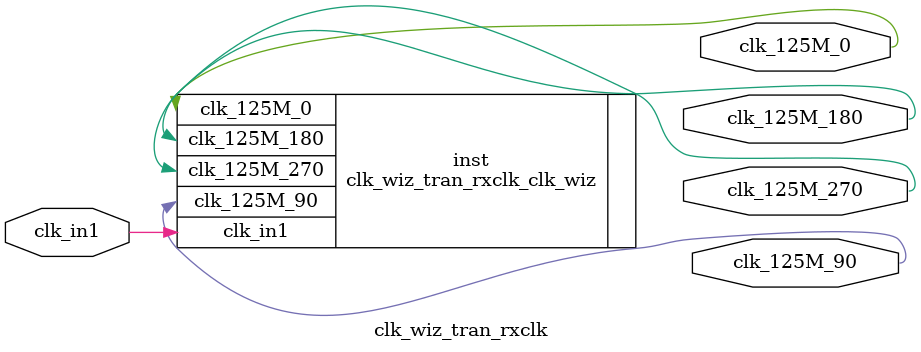
<source format=v>


`timescale 1ps/1ps

(* CORE_GENERATION_INFO = "clk_wiz_tran_rxclk,clk_wiz_v6_0_2_0_0,{component_name=clk_wiz_tran_rxclk,use_phase_alignment=true,use_min_o_jitter=false,use_max_i_jitter=false,use_dyn_phase_shift=false,use_inclk_switchover=false,use_dyn_reconfig=false,enable_axi=0,feedback_source=FDBK_AUTO,PRIMITIVE=MMCM,num_out_clk=4,clkin1_period=8.000,clkin2_period=10.000,use_power_down=false,use_reset=false,use_locked=false,use_inclk_stopped=false,feedback_type=SINGLE,CLOCK_MGR_TYPE=NA,manual_override=false}" *)

module clk_wiz_tran_rxclk 
 (
  // Clock out ports
  output        clk_125M_0,
  output        clk_125M_90,
  output        clk_125M_180,
  output        clk_125M_270,
 // Clock in ports
  input         clk_in1
 );

  clk_wiz_tran_rxclk_clk_wiz inst
  (
  // Clock out ports  
  .clk_125M_0(clk_125M_0),
  .clk_125M_90(clk_125M_90),
  .clk_125M_180(clk_125M_180),
  .clk_125M_270(clk_125M_270),
 // Clock in ports
  .clk_in1(clk_in1)
  );

endmodule

</source>
